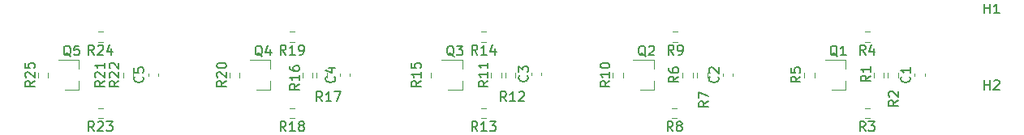
<source format=gbr>
%TF.GenerationSoftware,KiCad,Pcbnew,(5.1.7)-1*%
%TF.CreationDate,2020-11-11T22:14:18+01:00*%
%TF.ProjectId,rgb_sensor_v2,7267625f-7365-46e7-936f-725f76322e6b,rev?*%
%TF.SameCoordinates,Original*%
%TF.FileFunction,Legend,Top*%
%TF.FilePolarity,Positive*%
%FSLAX46Y46*%
G04 Gerber Fmt 4.6, Leading zero omitted, Abs format (unit mm)*
G04 Created by KiCad (PCBNEW (5.1.7)-1) date 2020-11-11 22:14:18*
%MOMM*%
%LPD*%
G01*
G04 APERTURE LIST*
%ADD10C,0.120000*%
%ADD11C,0.150000*%
G04 APERTURE END LIST*
D10*
%TO.C,R25*%
X136922500Y-97245276D02*
X136922500Y-97754724D01*
X135877500Y-97245276D02*
X135877500Y-97754724D01*
%TO.C,R24*%
X142654724Y-94022500D02*
X142145276Y-94022500D01*
X142654724Y-92977500D02*
X142145276Y-92977500D01*
%TO.C,R23*%
X142654724Y-102022500D02*
X142145276Y-102022500D01*
X142654724Y-100977500D02*
X142145276Y-100977500D01*
%TO.C,R22*%
X144777500Y-97754724D02*
X144777500Y-97245276D01*
X145822500Y-97754724D02*
X145822500Y-97245276D01*
%TO.C,R21*%
X143277500Y-97754724D02*
X143277500Y-97245276D01*
X144322500Y-97754724D02*
X144322500Y-97245276D01*
%TO.C,R20*%
X156922500Y-97245276D02*
X156922500Y-97754724D01*
X155877500Y-97245276D02*
X155877500Y-97754724D01*
%TO.C,R19*%
X162654724Y-94022500D02*
X162145276Y-94022500D01*
X162654724Y-92977500D02*
X162145276Y-92977500D01*
%TO.C,R18*%
X162654724Y-102022500D02*
X162145276Y-102022500D01*
X162654724Y-100977500D02*
X162145276Y-100977500D01*
%TO.C,R17*%
X164977500Y-97754724D02*
X164977500Y-97245276D01*
X166022500Y-97754724D02*
X166022500Y-97245276D01*
%TO.C,R16*%
X163477500Y-97754724D02*
X163477500Y-97245276D01*
X164522500Y-97754724D02*
X164522500Y-97245276D01*
%TO.C,R15*%
X176922500Y-97245276D02*
X176922500Y-97754724D01*
X175877500Y-97245276D02*
X175877500Y-97754724D01*
%TO.C,R14*%
X182654724Y-94022500D02*
X182145276Y-94022500D01*
X182654724Y-92977500D02*
X182145276Y-92977500D01*
%TO.C,R13*%
X182654724Y-102022500D02*
X182145276Y-102022500D01*
X182654724Y-100977500D02*
X182145276Y-100977500D01*
%TO.C,R12*%
X184677500Y-97754724D02*
X184677500Y-97245276D01*
X185722500Y-97754724D02*
X185722500Y-97245276D01*
%TO.C,R11*%
X183177500Y-97754724D02*
X183177500Y-97245276D01*
X184222500Y-97754724D02*
X184222500Y-97245276D01*
%TO.C,R10*%
X196922500Y-97245276D02*
X196922500Y-97754724D01*
X195877500Y-97245276D02*
X195877500Y-97754724D01*
%TO.C,R9*%
X202654724Y-94022500D02*
X202145276Y-94022500D01*
X202654724Y-92977500D02*
X202145276Y-92977500D01*
%TO.C,R8*%
X202567224Y-102022500D02*
X202057776Y-102022500D01*
X202567224Y-100977500D02*
X202057776Y-100977500D01*
%TO.C,R7*%
X204677500Y-97754724D02*
X204677500Y-97245276D01*
X205722500Y-97754724D02*
X205722500Y-97245276D01*
%TO.C,R6*%
X203177500Y-97754724D02*
X203177500Y-97245276D01*
X204222500Y-97754724D02*
X204222500Y-97245276D01*
%TO.C,R4*%
X222654724Y-94022500D02*
X222145276Y-94022500D01*
X222654724Y-92977500D02*
X222145276Y-92977500D01*
%TO.C,R3*%
X222654724Y-102022500D02*
X222145276Y-102022500D01*
X222654724Y-100977500D02*
X222145276Y-100977500D01*
%TO.C,R5*%
X216922500Y-97245276D02*
X216922500Y-97754724D01*
X215877500Y-97245276D02*
X215877500Y-97754724D01*
%TO.C,R2*%
X224577500Y-97754724D02*
X224577500Y-97245276D01*
X225622500Y-97754724D02*
X225622500Y-97245276D01*
%TO.C,R1*%
X223077500Y-97754724D02*
X223077500Y-97245276D01*
X224122500Y-97754724D02*
X224122500Y-97245276D01*
%TO.C,Q5*%
X140160000Y-99080000D02*
X140160000Y-98150000D01*
X140160000Y-95920000D02*
X140160000Y-96850000D01*
X140160000Y-95920000D02*
X138000000Y-95920000D01*
X140160000Y-99080000D02*
X138700000Y-99080000D01*
%TO.C,Q4*%
X160160000Y-99080000D02*
X160160000Y-98150000D01*
X160160000Y-95920000D02*
X160160000Y-96850000D01*
X160160000Y-95920000D02*
X158000000Y-95920000D01*
X160160000Y-99080000D02*
X158700000Y-99080000D01*
%TO.C,Q3*%
X180160000Y-99080000D02*
X180160000Y-98150000D01*
X180160000Y-95920000D02*
X180160000Y-96850000D01*
X180160000Y-95920000D02*
X178000000Y-95920000D01*
X180160000Y-99080000D02*
X178700000Y-99080000D01*
%TO.C,Q2*%
X200160000Y-99080000D02*
X200160000Y-98150000D01*
X200160000Y-95920000D02*
X200160000Y-96850000D01*
X200160000Y-95920000D02*
X198000000Y-95920000D01*
X200160000Y-99080000D02*
X198700000Y-99080000D01*
%TO.C,Q1*%
X220160000Y-99080000D02*
X220160000Y-98150000D01*
X220160000Y-95920000D02*
X220160000Y-96850000D01*
X220160000Y-95920000D02*
X218000000Y-95920000D01*
X220160000Y-99080000D02*
X218700000Y-99080000D01*
%TO.C,C5*%
X147390000Y-97646267D02*
X147390000Y-97353733D01*
X148410000Y-97646267D02*
X148410000Y-97353733D01*
%TO.C,C4*%
X167390000Y-97646267D02*
X167390000Y-97353733D01*
X168410000Y-97646267D02*
X168410000Y-97353733D01*
%TO.C,C3*%
X187390000Y-97546267D02*
X187390000Y-97253733D01*
X188410000Y-97546267D02*
X188410000Y-97253733D01*
%TO.C,C2*%
X207390000Y-97646267D02*
X207390000Y-97353733D01*
X208410000Y-97646267D02*
X208410000Y-97353733D01*
%TO.C,C1*%
X227390000Y-97646267D02*
X227390000Y-97353733D01*
X228410000Y-97646267D02*
X228410000Y-97353733D01*
%TO.C,H2*%
D11*
X234638095Y-99052380D02*
X234638095Y-98052380D01*
X234638095Y-98528571D02*
X235209523Y-98528571D01*
X235209523Y-99052380D02*
X235209523Y-98052380D01*
X235638095Y-98147619D02*
X235685714Y-98100000D01*
X235780952Y-98052380D01*
X236019047Y-98052380D01*
X236114285Y-98100000D01*
X236161904Y-98147619D01*
X236209523Y-98242857D01*
X236209523Y-98338095D01*
X236161904Y-98480952D01*
X235590476Y-99052380D01*
X236209523Y-99052380D01*
%TO.C,H1*%
X234638095Y-91052380D02*
X234638095Y-90052380D01*
X234638095Y-90528571D02*
X235209523Y-90528571D01*
X235209523Y-91052380D02*
X235209523Y-90052380D01*
X236209523Y-91052380D02*
X235638095Y-91052380D01*
X235923809Y-91052380D02*
X235923809Y-90052380D01*
X235828571Y-90195238D01*
X235733333Y-90290476D01*
X235638095Y-90338095D01*
%TO.C,R25*%
X135552380Y-98142857D02*
X135076190Y-98476190D01*
X135552380Y-98714285D02*
X134552380Y-98714285D01*
X134552380Y-98333333D01*
X134600000Y-98238095D01*
X134647619Y-98190476D01*
X134742857Y-98142857D01*
X134885714Y-98142857D01*
X134980952Y-98190476D01*
X135028571Y-98238095D01*
X135076190Y-98333333D01*
X135076190Y-98714285D01*
X134647619Y-97761904D02*
X134600000Y-97714285D01*
X134552380Y-97619047D01*
X134552380Y-97380952D01*
X134600000Y-97285714D01*
X134647619Y-97238095D01*
X134742857Y-97190476D01*
X134838095Y-97190476D01*
X134980952Y-97238095D01*
X135552380Y-97809523D01*
X135552380Y-97190476D01*
X134552380Y-96285714D02*
X134552380Y-96761904D01*
X135028571Y-96809523D01*
X134980952Y-96761904D01*
X134933333Y-96666666D01*
X134933333Y-96428571D01*
X134980952Y-96333333D01*
X135028571Y-96285714D01*
X135123809Y-96238095D01*
X135361904Y-96238095D01*
X135457142Y-96285714D01*
X135504761Y-96333333D01*
X135552380Y-96428571D01*
X135552380Y-96666666D01*
X135504761Y-96761904D01*
X135457142Y-96809523D01*
%TO.C,R24*%
X141757142Y-95382380D02*
X141423809Y-94906190D01*
X141185714Y-95382380D02*
X141185714Y-94382380D01*
X141566666Y-94382380D01*
X141661904Y-94430000D01*
X141709523Y-94477619D01*
X141757142Y-94572857D01*
X141757142Y-94715714D01*
X141709523Y-94810952D01*
X141661904Y-94858571D01*
X141566666Y-94906190D01*
X141185714Y-94906190D01*
X142138095Y-94477619D02*
X142185714Y-94430000D01*
X142280952Y-94382380D01*
X142519047Y-94382380D01*
X142614285Y-94430000D01*
X142661904Y-94477619D01*
X142709523Y-94572857D01*
X142709523Y-94668095D01*
X142661904Y-94810952D01*
X142090476Y-95382380D01*
X142709523Y-95382380D01*
X143566666Y-94715714D02*
X143566666Y-95382380D01*
X143328571Y-94334761D02*
X143090476Y-95049047D01*
X143709523Y-95049047D01*
%TO.C,R23*%
X141757142Y-103382380D02*
X141423809Y-102906190D01*
X141185714Y-103382380D02*
X141185714Y-102382380D01*
X141566666Y-102382380D01*
X141661904Y-102430000D01*
X141709523Y-102477619D01*
X141757142Y-102572857D01*
X141757142Y-102715714D01*
X141709523Y-102810952D01*
X141661904Y-102858571D01*
X141566666Y-102906190D01*
X141185714Y-102906190D01*
X142138095Y-102477619D02*
X142185714Y-102430000D01*
X142280952Y-102382380D01*
X142519047Y-102382380D01*
X142614285Y-102430000D01*
X142661904Y-102477619D01*
X142709523Y-102572857D01*
X142709523Y-102668095D01*
X142661904Y-102810952D01*
X142090476Y-103382380D01*
X142709523Y-103382380D01*
X143042857Y-102382380D02*
X143661904Y-102382380D01*
X143328571Y-102763333D01*
X143471428Y-102763333D01*
X143566666Y-102810952D01*
X143614285Y-102858571D01*
X143661904Y-102953809D01*
X143661904Y-103191904D01*
X143614285Y-103287142D01*
X143566666Y-103334761D01*
X143471428Y-103382380D01*
X143185714Y-103382380D01*
X143090476Y-103334761D01*
X143042857Y-103287142D01*
%TO.C,R22*%
X144322380Y-98142857D02*
X143846190Y-98476190D01*
X144322380Y-98714285D02*
X143322380Y-98714285D01*
X143322380Y-98333333D01*
X143370000Y-98238095D01*
X143417619Y-98190476D01*
X143512857Y-98142857D01*
X143655714Y-98142857D01*
X143750952Y-98190476D01*
X143798571Y-98238095D01*
X143846190Y-98333333D01*
X143846190Y-98714285D01*
X143417619Y-97761904D02*
X143370000Y-97714285D01*
X143322380Y-97619047D01*
X143322380Y-97380952D01*
X143370000Y-97285714D01*
X143417619Y-97238095D01*
X143512857Y-97190476D01*
X143608095Y-97190476D01*
X143750952Y-97238095D01*
X144322380Y-97809523D01*
X144322380Y-97190476D01*
X143417619Y-96809523D02*
X143370000Y-96761904D01*
X143322380Y-96666666D01*
X143322380Y-96428571D01*
X143370000Y-96333333D01*
X143417619Y-96285714D01*
X143512857Y-96238095D01*
X143608095Y-96238095D01*
X143750952Y-96285714D01*
X144322380Y-96857142D01*
X144322380Y-96238095D01*
%TO.C,R21*%
X142822380Y-98142857D02*
X142346190Y-98476190D01*
X142822380Y-98714285D02*
X141822380Y-98714285D01*
X141822380Y-98333333D01*
X141870000Y-98238095D01*
X141917619Y-98190476D01*
X142012857Y-98142857D01*
X142155714Y-98142857D01*
X142250952Y-98190476D01*
X142298571Y-98238095D01*
X142346190Y-98333333D01*
X142346190Y-98714285D01*
X141917619Y-97761904D02*
X141870000Y-97714285D01*
X141822380Y-97619047D01*
X141822380Y-97380952D01*
X141870000Y-97285714D01*
X141917619Y-97238095D01*
X142012857Y-97190476D01*
X142108095Y-97190476D01*
X142250952Y-97238095D01*
X142822380Y-97809523D01*
X142822380Y-97190476D01*
X142822380Y-96238095D02*
X142822380Y-96809523D01*
X142822380Y-96523809D02*
X141822380Y-96523809D01*
X141965238Y-96619047D01*
X142060476Y-96714285D01*
X142108095Y-96809523D01*
%TO.C,R20*%
X155552380Y-98142857D02*
X155076190Y-98476190D01*
X155552380Y-98714285D02*
X154552380Y-98714285D01*
X154552380Y-98333333D01*
X154600000Y-98238095D01*
X154647619Y-98190476D01*
X154742857Y-98142857D01*
X154885714Y-98142857D01*
X154980952Y-98190476D01*
X155028571Y-98238095D01*
X155076190Y-98333333D01*
X155076190Y-98714285D01*
X154647619Y-97761904D02*
X154600000Y-97714285D01*
X154552380Y-97619047D01*
X154552380Y-97380952D01*
X154600000Y-97285714D01*
X154647619Y-97238095D01*
X154742857Y-97190476D01*
X154838095Y-97190476D01*
X154980952Y-97238095D01*
X155552380Y-97809523D01*
X155552380Y-97190476D01*
X154552380Y-96571428D02*
X154552380Y-96476190D01*
X154600000Y-96380952D01*
X154647619Y-96333333D01*
X154742857Y-96285714D01*
X154933333Y-96238095D01*
X155171428Y-96238095D01*
X155361904Y-96285714D01*
X155457142Y-96333333D01*
X155504761Y-96380952D01*
X155552380Y-96476190D01*
X155552380Y-96571428D01*
X155504761Y-96666666D01*
X155457142Y-96714285D01*
X155361904Y-96761904D01*
X155171428Y-96809523D01*
X154933333Y-96809523D01*
X154742857Y-96761904D01*
X154647619Y-96714285D01*
X154600000Y-96666666D01*
X154552380Y-96571428D01*
%TO.C,R19*%
X161757142Y-95382380D02*
X161423809Y-94906190D01*
X161185714Y-95382380D02*
X161185714Y-94382380D01*
X161566666Y-94382380D01*
X161661904Y-94430000D01*
X161709523Y-94477619D01*
X161757142Y-94572857D01*
X161757142Y-94715714D01*
X161709523Y-94810952D01*
X161661904Y-94858571D01*
X161566666Y-94906190D01*
X161185714Y-94906190D01*
X162709523Y-95382380D02*
X162138095Y-95382380D01*
X162423809Y-95382380D02*
X162423809Y-94382380D01*
X162328571Y-94525238D01*
X162233333Y-94620476D01*
X162138095Y-94668095D01*
X163185714Y-95382380D02*
X163376190Y-95382380D01*
X163471428Y-95334761D01*
X163519047Y-95287142D01*
X163614285Y-95144285D01*
X163661904Y-94953809D01*
X163661904Y-94572857D01*
X163614285Y-94477619D01*
X163566666Y-94430000D01*
X163471428Y-94382380D01*
X163280952Y-94382380D01*
X163185714Y-94430000D01*
X163138095Y-94477619D01*
X163090476Y-94572857D01*
X163090476Y-94810952D01*
X163138095Y-94906190D01*
X163185714Y-94953809D01*
X163280952Y-95001428D01*
X163471428Y-95001428D01*
X163566666Y-94953809D01*
X163614285Y-94906190D01*
X163661904Y-94810952D01*
%TO.C,R18*%
X161757142Y-103382380D02*
X161423809Y-102906190D01*
X161185714Y-103382380D02*
X161185714Y-102382380D01*
X161566666Y-102382380D01*
X161661904Y-102430000D01*
X161709523Y-102477619D01*
X161757142Y-102572857D01*
X161757142Y-102715714D01*
X161709523Y-102810952D01*
X161661904Y-102858571D01*
X161566666Y-102906190D01*
X161185714Y-102906190D01*
X162709523Y-103382380D02*
X162138095Y-103382380D01*
X162423809Y-103382380D02*
X162423809Y-102382380D01*
X162328571Y-102525238D01*
X162233333Y-102620476D01*
X162138095Y-102668095D01*
X163280952Y-102810952D02*
X163185714Y-102763333D01*
X163138095Y-102715714D01*
X163090476Y-102620476D01*
X163090476Y-102572857D01*
X163138095Y-102477619D01*
X163185714Y-102430000D01*
X163280952Y-102382380D01*
X163471428Y-102382380D01*
X163566666Y-102430000D01*
X163614285Y-102477619D01*
X163661904Y-102572857D01*
X163661904Y-102620476D01*
X163614285Y-102715714D01*
X163566666Y-102763333D01*
X163471428Y-102810952D01*
X163280952Y-102810952D01*
X163185714Y-102858571D01*
X163138095Y-102906190D01*
X163090476Y-103001428D01*
X163090476Y-103191904D01*
X163138095Y-103287142D01*
X163185714Y-103334761D01*
X163280952Y-103382380D01*
X163471428Y-103382380D01*
X163566666Y-103334761D01*
X163614285Y-103287142D01*
X163661904Y-103191904D01*
X163661904Y-103001428D01*
X163614285Y-102906190D01*
X163566666Y-102858571D01*
X163471428Y-102810952D01*
%TO.C,R17*%
X165557142Y-100252380D02*
X165223809Y-99776190D01*
X164985714Y-100252380D02*
X164985714Y-99252380D01*
X165366666Y-99252380D01*
X165461904Y-99300000D01*
X165509523Y-99347619D01*
X165557142Y-99442857D01*
X165557142Y-99585714D01*
X165509523Y-99680952D01*
X165461904Y-99728571D01*
X165366666Y-99776190D01*
X164985714Y-99776190D01*
X166509523Y-100252380D02*
X165938095Y-100252380D01*
X166223809Y-100252380D02*
X166223809Y-99252380D01*
X166128571Y-99395238D01*
X166033333Y-99490476D01*
X165938095Y-99538095D01*
X166842857Y-99252380D02*
X167509523Y-99252380D01*
X167080952Y-100252380D01*
%TO.C,R16*%
X163152380Y-98442857D02*
X162676190Y-98776190D01*
X163152380Y-99014285D02*
X162152380Y-99014285D01*
X162152380Y-98633333D01*
X162200000Y-98538095D01*
X162247619Y-98490476D01*
X162342857Y-98442857D01*
X162485714Y-98442857D01*
X162580952Y-98490476D01*
X162628571Y-98538095D01*
X162676190Y-98633333D01*
X162676190Y-99014285D01*
X163152380Y-97490476D02*
X163152380Y-98061904D01*
X163152380Y-97776190D02*
X162152380Y-97776190D01*
X162295238Y-97871428D01*
X162390476Y-97966666D01*
X162438095Y-98061904D01*
X162152380Y-96633333D02*
X162152380Y-96823809D01*
X162200000Y-96919047D01*
X162247619Y-96966666D01*
X162390476Y-97061904D01*
X162580952Y-97109523D01*
X162961904Y-97109523D01*
X163057142Y-97061904D01*
X163104761Y-97014285D01*
X163152380Y-96919047D01*
X163152380Y-96728571D01*
X163104761Y-96633333D01*
X163057142Y-96585714D01*
X162961904Y-96538095D01*
X162723809Y-96538095D01*
X162628571Y-96585714D01*
X162580952Y-96633333D01*
X162533333Y-96728571D01*
X162533333Y-96919047D01*
X162580952Y-97014285D01*
X162628571Y-97061904D01*
X162723809Y-97109523D01*
%TO.C,R15*%
X175852380Y-98142857D02*
X175376190Y-98476190D01*
X175852380Y-98714285D02*
X174852380Y-98714285D01*
X174852380Y-98333333D01*
X174900000Y-98238095D01*
X174947619Y-98190476D01*
X175042857Y-98142857D01*
X175185714Y-98142857D01*
X175280952Y-98190476D01*
X175328571Y-98238095D01*
X175376190Y-98333333D01*
X175376190Y-98714285D01*
X175852380Y-97190476D02*
X175852380Y-97761904D01*
X175852380Y-97476190D02*
X174852380Y-97476190D01*
X174995238Y-97571428D01*
X175090476Y-97666666D01*
X175138095Y-97761904D01*
X174852380Y-96285714D02*
X174852380Y-96761904D01*
X175328571Y-96809523D01*
X175280952Y-96761904D01*
X175233333Y-96666666D01*
X175233333Y-96428571D01*
X175280952Y-96333333D01*
X175328571Y-96285714D01*
X175423809Y-96238095D01*
X175661904Y-96238095D01*
X175757142Y-96285714D01*
X175804761Y-96333333D01*
X175852380Y-96428571D01*
X175852380Y-96666666D01*
X175804761Y-96761904D01*
X175757142Y-96809523D01*
%TO.C,R14*%
X181757142Y-95382380D02*
X181423809Y-94906190D01*
X181185714Y-95382380D02*
X181185714Y-94382380D01*
X181566666Y-94382380D01*
X181661904Y-94430000D01*
X181709523Y-94477619D01*
X181757142Y-94572857D01*
X181757142Y-94715714D01*
X181709523Y-94810952D01*
X181661904Y-94858571D01*
X181566666Y-94906190D01*
X181185714Y-94906190D01*
X182709523Y-95382380D02*
X182138095Y-95382380D01*
X182423809Y-95382380D02*
X182423809Y-94382380D01*
X182328571Y-94525238D01*
X182233333Y-94620476D01*
X182138095Y-94668095D01*
X183566666Y-94715714D02*
X183566666Y-95382380D01*
X183328571Y-94334761D02*
X183090476Y-95049047D01*
X183709523Y-95049047D01*
%TO.C,R13*%
X181757142Y-103382380D02*
X181423809Y-102906190D01*
X181185714Y-103382380D02*
X181185714Y-102382380D01*
X181566666Y-102382380D01*
X181661904Y-102430000D01*
X181709523Y-102477619D01*
X181757142Y-102572857D01*
X181757142Y-102715714D01*
X181709523Y-102810952D01*
X181661904Y-102858571D01*
X181566666Y-102906190D01*
X181185714Y-102906190D01*
X182709523Y-103382380D02*
X182138095Y-103382380D01*
X182423809Y-103382380D02*
X182423809Y-102382380D01*
X182328571Y-102525238D01*
X182233333Y-102620476D01*
X182138095Y-102668095D01*
X183042857Y-102382380D02*
X183661904Y-102382380D01*
X183328571Y-102763333D01*
X183471428Y-102763333D01*
X183566666Y-102810952D01*
X183614285Y-102858571D01*
X183661904Y-102953809D01*
X183661904Y-103191904D01*
X183614285Y-103287142D01*
X183566666Y-103334761D01*
X183471428Y-103382380D01*
X183185714Y-103382380D01*
X183090476Y-103334761D01*
X183042857Y-103287142D01*
%TO.C,R12*%
X184757142Y-100252380D02*
X184423809Y-99776190D01*
X184185714Y-100252380D02*
X184185714Y-99252380D01*
X184566666Y-99252380D01*
X184661904Y-99300000D01*
X184709523Y-99347619D01*
X184757142Y-99442857D01*
X184757142Y-99585714D01*
X184709523Y-99680952D01*
X184661904Y-99728571D01*
X184566666Y-99776190D01*
X184185714Y-99776190D01*
X185709523Y-100252380D02*
X185138095Y-100252380D01*
X185423809Y-100252380D02*
X185423809Y-99252380D01*
X185328571Y-99395238D01*
X185233333Y-99490476D01*
X185138095Y-99538095D01*
X186090476Y-99347619D02*
X186138095Y-99300000D01*
X186233333Y-99252380D01*
X186471428Y-99252380D01*
X186566666Y-99300000D01*
X186614285Y-99347619D01*
X186661904Y-99442857D01*
X186661904Y-99538095D01*
X186614285Y-99680952D01*
X186042857Y-100252380D01*
X186661904Y-100252380D01*
%TO.C,R11*%
X182852380Y-98142857D02*
X182376190Y-98476190D01*
X182852380Y-98714285D02*
X181852380Y-98714285D01*
X181852380Y-98333333D01*
X181900000Y-98238095D01*
X181947619Y-98190476D01*
X182042857Y-98142857D01*
X182185714Y-98142857D01*
X182280952Y-98190476D01*
X182328571Y-98238095D01*
X182376190Y-98333333D01*
X182376190Y-98714285D01*
X182852380Y-97190476D02*
X182852380Y-97761904D01*
X182852380Y-97476190D02*
X181852380Y-97476190D01*
X181995238Y-97571428D01*
X182090476Y-97666666D01*
X182138095Y-97761904D01*
X182852380Y-96238095D02*
X182852380Y-96809523D01*
X182852380Y-96523809D02*
X181852380Y-96523809D01*
X181995238Y-96619047D01*
X182090476Y-96714285D01*
X182138095Y-96809523D01*
%TO.C,R10*%
X195552380Y-98142857D02*
X195076190Y-98476190D01*
X195552380Y-98714285D02*
X194552380Y-98714285D01*
X194552380Y-98333333D01*
X194600000Y-98238095D01*
X194647619Y-98190476D01*
X194742857Y-98142857D01*
X194885714Y-98142857D01*
X194980952Y-98190476D01*
X195028571Y-98238095D01*
X195076190Y-98333333D01*
X195076190Y-98714285D01*
X195552380Y-97190476D02*
X195552380Y-97761904D01*
X195552380Y-97476190D02*
X194552380Y-97476190D01*
X194695238Y-97571428D01*
X194790476Y-97666666D01*
X194838095Y-97761904D01*
X194552380Y-96571428D02*
X194552380Y-96476190D01*
X194600000Y-96380952D01*
X194647619Y-96333333D01*
X194742857Y-96285714D01*
X194933333Y-96238095D01*
X195171428Y-96238095D01*
X195361904Y-96285714D01*
X195457142Y-96333333D01*
X195504761Y-96380952D01*
X195552380Y-96476190D01*
X195552380Y-96571428D01*
X195504761Y-96666666D01*
X195457142Y-96714285D01*
X195361904Y-96761904D01*
X195171428Y-96809523D01*
X194933333Y-96809523D01*
X194742857Y-96761904D01*
X194647619Y-96714285D01*
X194600000Y-96666666D01*
X194552380Y-96571428D01*
%TO.C,R9*%
X202233333Y-95382380D02*
X201900000Y-94906190D01*
X201661904Y-95382380D02*
X201661904Y-94382380D01*
X202042857Y-94382380D01*
X202138095Y-94430000D01*
X202185714Y-94477619D01*
X202233333Y-94572857D01*
X202233333Y-94715714D01*
X202185714Y-94810952D01*
X202138095Y-94858571D01*
X202042857Y-94906190D01*
X201661904Y-94906190D01*
X202709523Y-95382380D02*
X202900000Y-95382380D01*
X202995238Y-95334761D01*
X203042857Y-95287142D01*
X203138095Y-95144285D01*
X203185714Y-94953809D01*
X203185714Y-94572857D01*
X203138095Y-94477619D01*
X203090476Y-94430000D01*
X202995238Y-94382380D01*
X202804761Y-94382380D01*
X202709523Y-94430000D01*
X202661904Y-94477619D01*
X202614285Y-94572857D01*
X202614285Y-94810952D01*
X202661904Y-94906190D01*
X202709523Y-94953809D01*
X202804761Y-95001428D01*
X202995238Y-95001428D01*
X203090476Y-94953809D01*
X203138095Y-94906190D01*
X203185714Y-94810952D01*
%TO.C,R8*%
X202145833Y-103382380D02*
X201812500Y-102906190D01*
X201574404Y-103382380D02*
X201574404Y-102382380D01*
X201955357Y-102382380D01*
X202050595Y-102430000D01*
X202098214Y-102477619D01*
X202145833Y-102572857D01*
X202145833Y-102715714D01*
X202098214Y-102810952D01*
X202050595Y-102858571D01*
X201955357Y-102906190D01*
X201574404Y-102906190D01*
X202717261Y-102810952D02*
X202622023Y-102763333D01*
X202574404Y-102715714D01*
X202526785Y-102620476D01*
X202526785Y-102572857D01*
X202574404Y-102477619D01*
X202622023Y-102430000D01*
X202717261Y-102382380D01*
X202907738Y-102382380D01*
X203002976Y-102430000D01*
X203050595Y-102477619D01*
X203098214Y-102572857D01*
X203098214Y-102620476D01*
X203050595Y-102715714D01*
X203002976Y-102763333D01*
X202907738Y-102810952D01*
X202717261Y-102810952D01*
X202622023Y-102858571D01*
X202574404Y-102906190D01*
X202526785Y-103001428D01*
X202526785Y-103191904D01*
X202574404Y-103287142D01*
X202622023Y-103334761D01*
X202717261Y-103382380D01*
X202907738Y-103382380D01*
X203002976Y-103334761D01*
X203050595Y-103287142D01*
X203098214Y-103191904D01*
X203098214Y-103001428D01*
X203050595Y-102906190D01*
X203002976Y-102858571D01*
X202907738Y-102810952D01*
%TO.C,R7*%
X205852380Y-100266666D02*
X205376190Y-100600000D01*
X205852380Y-100838095D02*
X204852380Y-100838095D01*
X204852380Y-100457142D01*
X204900000Y-100361904D01*
X204947619Y-100314285D01*
X205042857Y-100266666D01*
X205185714Y-100266666D01*
X205280952Y-100314285D01*
X205328571Y-100361904D01*
X205376190Y-100457142D01*
X205376190Y-100838095D01*
X204852380Y-99933333D02*
X204852380Y-99266666D01*
X205852380Y-99695238D01*
%TO.C,R6*%
X202722380Y-97666666D02*
X202246190Y-98000000D01*
X202722380Y-98238095D02*
X201722380Y-98238095D01*
X201722380Y-97857142D01*
X201770000Y-97761904D01*
X201817619Y-97714285D01*
X201912857Y-97666666D01*
X202055714Y-97666666D01*
X202150952Y-97714285D01*
X202198571Y-97761904D01*
X202246190Y-97857142D01*
X202246190Y-98238095D01*
X201722380Y-96809523D02*
X201722380Y-97000000D01*
X201770000Y-97095238D01*
X201817619Y-97142857D01*
X201960476Y-97238095D01*
X202150952Y-97285714D01*
X202531904Y-97285714D01*
X202627142Y-97238095D01*
X202674761Y-97190476D01*
X202722380Y-97095238D01*
X202722380Y-96904761D01*
X202674761Y-96809523D01*
X202627142Y-96761904D01*
X202531904Y-96714285D01*
X202293809Y-96714285D01*
X202198571Y-96761904D01*
X202150952Y-96809523D01*
X202103333Y-96904761D01*
X202103333Y-97095238D01*
X202150952Y-97190476D01*
X202198571Y-97238095D01*
X202293809Y-97285714D01*
%TO.C,R4*%
X222233333Y-95382380D02*
X221900000Y-94906190D01*
X221661904Y-95382380D02*
X221661904Y-94382380D01*
X222042857Y-94382380D01*
X222138095Y-94430000D01*
X222185714Y-94477619D01*
X222233333Y-94572857D01*
X222233333Y-94715714D01*
X222185714Y-94810952D01*
X222138095Y-94858571D01*
X222042857Y-94906190D01*
X221661904Y-94906190D01*
X223090476Y-94715714D02*
X223090476Y-95382380D01*
X222852380Y-94334761D02*
X222614285Y-95049047D01*
X223233333Y-95049047D01*
%TO.C,R3*%
X222233333Y-103382380D02*
X221900000Y-102906190D01*
X221661904Y-103382380D02*
X221661904Y-102382380D01*
X222042857Y-102382380D01*
X222138095Y-102430000D01*
X222185714Y-102477619D01*
X222233333Y-102572857D01*
X222233333Y-102715714D01*
X222185714Y-102810952D01*
X222138095Y-102858571D01*
X222042857Y-102906190D01*
X221661904Y-102906190D01*
X222566666Y-102382380D02*
X223185714Y-102382380D01*
X222852380Y-102763333D01*
X222995238Y-102763333D01*
X223090476Y-102810952D01*
X223138095Y-102858571D01*
X223185714Y-102953809D01*
X223185714Y-103191904D01*
X223138095Y-103287142D01*
X223090476Y-103334761D01*
X222995238Y-103382380D01*
X222709523Y-103382380D01*
X222614285Y-103334761D01*
X222566666Y-103287142D01*
%TO.C,R5*%
X215452380Y-97666666D02*
X214976190Y-98000000D01*
X215452380Y-98238095D02*
X214452380Y-98238095D01*
X214452380Y-97857142D01*
X214500000Y-97761904D01*
X214547619Y-97714285D01*
X214642857Y-97666666D01*
X214785714Y-97666666D01*
X214880952Y-97714285D01*
X214928571Y-97761904D01*
X214976190Y-97857142D01*
X214976190Y-98238095D01*
X214452380Y-96761904D02*
X214452380Y-97238095D01*
X214928571Y-97285714D01*
X214880952Y-97238095D01*
X214833333Y-97142857D01*
X214833333Y-96904761D01*
X214880952Y-96809523D01*
X214928571Y-96761904D01*
X215023809Y-96714285D01*
X215261904Y-96714285D01*
X215357142Y-96761904D01*
X215404761Y-96809523D01*
X215452380Y-96904761D01*
X215452380Y-97142857D01*
X215404761Y-97238095D01*
X215357142Y-97285714D01*
%TO.C,R2*%
X225652380Y-100166666D02*
X225176190Y-100500000D01*
X225652380Y-100738095D02*
X224652380Y-100738095D01*
X224652380Y-100357142D01*
X224700000Y-100261904D01*
X224747619Y-100214285D01*
X224842857Y-100166666D01*
X224985714Y-100166666D01*
X225080952Y-100214285D01*
X225128571Y-100261904D01*
X225176190Y-100357142D01*
X225176190Y-100738095D01*
X224747619Y-99785714D02*
X224700000Y-99738095D01*
X224652380Y-99642857D01*
X224652380Y-99404761D01*
X224700000Y-99309523D01*
X224747619Y-99261904D01*
X224842857Y-99214285D01*
X224938095Y-99214285D01*
X225080952Y-99261904D01*
X225652380Y-99833333D01*
X225652380Y-99214285D01*
%TO.C,R1*%
X222752380Y-97579166D02*
X222276190Y-97912500D01*
X222752380Y-98150595D02*
X221752380Y-98150595D01*
X221752380Y-97769642D01*
X221800000Y-97674404D01*
X221847619Y-97626785D01*
X221942857Y-97579166D01*
X222085714Y-97579166D01*
X222180952Y-97626785D01*
X222228571Y-97674404D01*
X222276190Y-97769642D01*
X222276190Y-98150595D01*
X222752380Y-96626785D02*
X222752380Y-97198214D01*
X222752380Y-96912500D02*
X221752380Y-96912500D01*
X221895238Y-97007738D01*
X221990476Y-97102976D01*
X222038095Y-97198214D01*
%TO.C,Q5*%
X139304761Y-95547619D02*
X139209523Y-95500000D01*
X139114285Y-95404761D01*
X138971428Y-95261904D01*
X138876190Y-95214285D01*
X138780952Y-95214285D01*
X138828571Y-95452380D02*
X138733333Y-95404761D01*
X138638095Y-95309523D01*
X138590476Y-95119047D01*
X138590476Y-94785714D01*
X138638095Y-94595238D01*
X138733333Y-94500000D01*
X138828571Y-94452380D01*
X139019047Y-94452380D01*
X139114285Y-94500000D01*
X139209523Y-94595238D01*
X139257142Y-94785714D01*
X139257142Y-95119047D01*
X139209523Y-95309523D01*
X139114285Y-95404761D01*
X139019047Y-95452380D01*
X138828571Y-95452380D01*
X140161904Y-94452380D02*
X139685714Y-94452380D01*
X139638095Y-94928571D01*
X139685714Y-94880952D01*
X139780952Y-94833333D01*
X140019047Y-94833333D01*
X140114285Y-94880952D01*
X140161904Y-94928571D01*
X140209523Y-95023809D01*
X140209523Y-95261904D01*
X140161904Y-95357142D01*
X140114285Y-95404761D01*
X140019047Y-95452380D01*
X139780952Y-95452380D01*
X139685714Y-95404761D01*
X139638095Y-95357142D01*
%TO.C,Q4*%
X159304761Y-95547619D02*
X159209523Y-95500000D01*
X159114285Y-95404761D01*
X158971428Y-95261904D01*
X158876190Y-95214285D01*
X158780952Y-95214285D01*
X158828571Y-95452380D02*
X158733333Y-95404761D01*
X158638095Y-95309523D01*
X158590476Y-95119047D01*
X158590476Y-94785714D01*
X158638095Y-94595238D01*
X158733333Y-94500000D01*
X158828571Y-94452380D01*
X159019047Y-94452380D01*
X159114285Y-94500000D01*
X159209523Y-94595238D01*
X159257142Y-94785714D01*
X159257142Y-95119047D01*
X159209523Y-95309523D01*
X159114285Y-95404761D01*
X159019047Y-95452380D01*
X158828571Y-95452380D01*
X160114285Y-94785714D02*
X160114285Y-95452380D01*
X159876190Y-94404761D02*
X159638095Y-95119047D01*
X160257142Y-95119047D01*
%TO.C,Q3*%
X179304761Y-95547619D02*
X179209523Y-95500000D01*
X179114285Y-95404761D01*
X178971428Y-95261904D01*
X178876190Y-95214285D01*
X178780952Y-95214285D01*
X178828571Y-95452380D02*
X178733333Y-95404761D01*
X178638095Y-95309523D01*
X178590476Y-95119047D01*
X178590476Y-94785714D01*
X178638095Y-94595238D01*
X178733333Y-94500000D01*
X178828571Y-94452380D01*
X179019047Y-94452380D01*
X179114285Y-94500000D01*
X179209523Y-94595238D01*
X179257142Y-94785714D01*
X179257142Y-95119047D01*
X179209523Y-95309523D01*
X179114285Y-95404761D01*
X179019047Y-95452380D01*
X178828571Y-95452380D01*
X179590476Y-94452380D02*
X180209523Y-94452380D01*
X179876190Y-94833333D01*
X180019047Y-94833333D01*
X180114285Y-94880952D01*
X180161904Y-94928571D01*
X180209523Y-95023809D01*
X180209523Y-95261904D01*
X180161904Y-95357142D01*
X180114285Y-95404761D01*
X180019047Y-95452380D01*
X179733333Y-95452380D01*
X179638095Y-95404761D01*
X179590476Y-95357142D01*
%TO.C,Q2*%
X199304761Y-95547619D02*
X199209523Y-95500000D01*
X199114285Y-95404761D01*
X198971428Y-95261904D01*
X198876190Y-95214285D01*
X198780952Y-95214285D01*
X198828571Y-95452380D02*
X198733333Y-95404761D01*
X198638095Y-95309523D01*
X198590476Y-95119047D01*
X198590476Y-94785714D01*
X198638095Y-94595238D01*
X198733333Y-94500000D01*
X198828571Y-94452380D01*
X199019047Y-94452380D01*
X199114285Y-94500000D01*
X199209523Y-94595238D01*
X199257142Y-94785714D01*
X199257142Y-95119047D01*
X199209523Y-95309523D01*
X199114285Y-95404761D01*
X199019047Y-95452380D01*
X198828571Y-95452380D01*
X199638095Y-94547619D02*
X199685714Y-94500000D01*
X199780952Y-94452380D01*
X200019047Y-94452380D01*
X200114285Y-94500000D01*
X200161904Y-94547619D01*
X200209523Y-94642857D01*
X200209523Y-94738095D01*
X200161904Y-94880952D01*
X199590476Y-95452380D01*
X200209523Y-95452380D01*
%TO.C,Q1*%
X219304761Y-95547619D02*
X219209523Y-95500000D01*
X219114285Y-95404761D01*
X218971428Y-95261904D01*
X218876190Y-95214285D01*
X218780952Y-95214285D01*
X218828571Y-95452380D02*
X218733333Y-95404761D01*
X218638095Y-95309523D01*
X218590476Y-95119047D01*
X218590476Y-94785714D01*
X218638095Y-94595238D01*
X218733333Y-94500000D01*
X218828571Y-94452380D01*
X219019047Y-94452380D01*
X219114285Y-94500000D01*
X219209523Y-94595238D01*
X219257142Y-94785714D01*
X219257142Y-95119047D01*
X219209523Y-95309523D01*
X219114285Y-95404761D01*
X219019047Y-95452380D01*
X218828571Y-95452380D01*
X220209523Y-95452380D02*
X219638095Y-95452380D01*
X219923809Y-95452380D02*
X219923809Y-94452380D01*
X219828571Y-94595238D01*
X219733333Y-94690476D01*
X219638095Y-94738095D01*
%TO.C,C5*%
X146827142Y-97666666D02*
X146874761Y-97714285D01*
X146922380Y-97857142D01*
X146922380Y-97952380D01*
X146874761Y-98095238D01*
X146779523Y-98190476D01*
X146684285Y-98238095D01*
X146493809Y-98285714D01*
X146350952Y-98285714D01*
X146160476Y-98238095D01*
X146065238Y-98190476D01*
X145970000Y-98095238D01*
X145922380Y-97952380D01*
X145922380Y-97857142D01*
X145970000Y-97714285D01*
X146017619Y-97666666D01*
X145922380Y-96761904D02*
X145922380Y-97238095D01*
X146398571Y-97285714D01*
X146350952Y-97238095D01*
X146303333Y-97142857D01*
X146303333Y-96904761D01*
X146350952Y-96809523D01*
X146398571Y-96761904D01*
X146493809Y-96714285D01*
X146731904Y-96714285D01*
X146827142Y-96761904D01*
X146874761Y-96809523D01*
X146922380Y-96904761D01*
X146922380Y-97142857D01*
X146874761Y-97238095D01*
X146827142Y-97285714D01*
%TO.C,C4*%
X166827142Y-97666666D02*
X166874761Y-97714285D01*
X166922380Y-97857142D01*
X166922380Y-97952380D01*
X166874761Y-98095238D01*
X166779523Y-98190476D01*
X166684285Y-98238095D01*
X166493809Y-98285714D01*
X166350952Y-98285714D01*
X166160476Y-98238095D01*
X166065238Y-98190476D01*
X165970000Y-98095238D01*
X165922380Y-97952380D01*
X165922380Y-97857142D01*
X165970000Y-97714285D01*
X166017619Y-97666666D01*
X166255714Y-96809523D02*
X166922380Y-96809523D01*
X165874761Y-97047619D02*
X166589047Y-97285714D01*
X166589047Y-96666666D01*
%TO.C,C3*%
X186957142Y-97566666D02*
X187004761Y-97614285D01*
X187052380Y-97757142D01*
X187052380Y-97852380D01*
X187004761Y-97995238D01*
X186909523Y-98090476D01*
X186814285Y-98138095D01*
X186623809Y-98185714D01*
X186480952Y-98185714D01*
X186290476Y-98138095D01*
X186195238Y-98090476D01*
X186100000Y-97995238D01*
X186052380Y-97852380D01*
X186052380Y-97757142D01*
X186100000Y-97614285D01*
X186147619Y-97566666D01*
X186052380Y-97233333D02*
X186052380Y-96614285D01*
X186433333Y-96947619D01*
X186433333Y-96804761D01*
X186480952Y-96709523D01*
X186528571Y-96661904D01*
X186623809Y-96614285D01*
X186861904Y-96614285D01*
X186957142Y-96661904D01*
X187004761Y-96709523D01*
X187052380Y-96804761D01*
X187052380Y-97090476D01*
X187004761Y-97185714D01*
X186957142Y-97233333D01*
%TO.C,C2*%
X206827142Y-97666666D02*
X206874761Y-97714285D01*
X206922380Y-97857142D01*
X206922380Y-97952380D01*
X206874761Y-98095238D01*
X206779523Y-98190476D01*
X206684285Y-98238095D01*
X206493809Y-98285714D01*
X206350952Y-98285714D01*
X206160476Y-98238095D01*
X206065238Y-98190476D01*
X205970000Y-98095238D01*
X205922380Y-97952380D01*
X205922380Y-97857142D01*
X205970000Y-97714285D01*
X206017619Y-97666666D01*
X206017619Y-97285714D02*
X205970000Y-97238095D01*
X205922380Y-97142857D01*
X205922380Y-96904761D01*
X205970000Y-96809523D01*
X206017619Y-96761904D01*
X206112857Y-96714285D01*
X206208095Y-96714285D01*
X206350952Y-96761904D01*
X206922380Y-97333333D01*
X206922380Y-96714285D01*
%TO.C,C1*%
X226827142Y-97666666D02*
X226874761Y-97714285D01*
X226922380Y-97857142D01*
X226922380Y-97952380D01*
X226874761Y-98095238D01*
X226779523Y-98190476D01*
X226684285Y-98238095D01*
X226493809Y-98285714D01*
X226350952Y-98285714D01*
X226160476Y-98238095D01*
X226065238Y-98190476D01*
X225970000Y-98095238D01*
X225922380Y-97952380D01*
X225922380Y-97857142D01*
X225970000Y-97714285D01*
X226017619Y-97666666D01*
X226922380Y-96714285D02*
X226922380Y-97285714D01*
X226922380Y-97000000D02*
X225922380Y-97000000D01*
X226065238Y-97095238D01*
X226160476Y-97190476D01*
X226208095Y-97285714D01*
%TD*%
M02*

</source>
